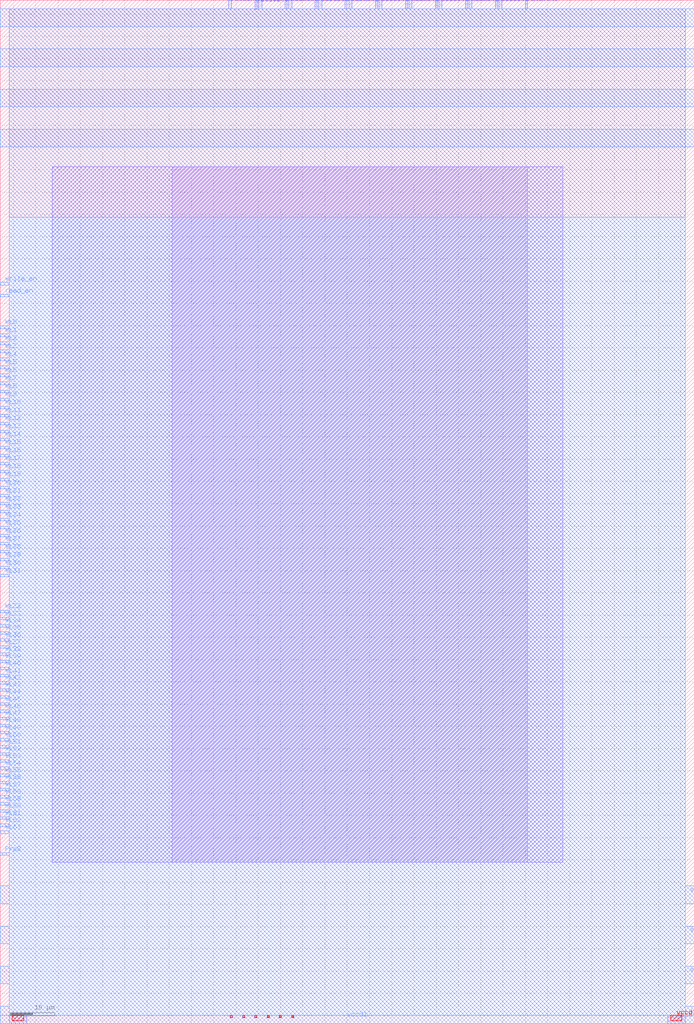
<source format=lef>
VERSION 5.7 ;
  NOWIREEXTENSIONATPIN ON ;
  DIVIDERCHAR "/" ;
  BUSBITCHARS "[]" ;
MACRO privacy_SRAM
  CLASS BLOCK ;
  FOREIGN privacy_SRAM ;
  ORIGIN -42.000 -8.150 ;
  SIZE 156.000 BY 230.000 ;
  PIN WL0
    ANTENNAGATEAREA 0.378000 ;
    PORT
      LAYER met3 ;
        RECT 42.000 164.350 44.000 164.950 ;
    END
  END WL0
  PIN WL1
    ANTENNAGATEAREA 0.378000 ;
    PORT
      LAYER met3 ;
        RECT 42.000 162.550 44.000 163.150 ;
    END
  END WL1
  PIN WL2
    ANTENNAGATEAREA 0.378000 ;
    PORT
      LAYER met3 ;
        RECT 42.000 160.750 44.000 161.350 ;
    END
  END WL2
  PIN WL3
    ANTENNAGATEAREA 0.378000 ;
    PORT
      LAYER met3 ;
        RECT 42.000 158.950 44.000 159.550 ;
    END
  END WL3
  PIN WL4
    ANTENNAGATEAREA 0.378000 ;
    PORT
      LAYER met3 ;
        RECT 42.000 157.150 44.000 157.750 ;
    END
  END WL4
  PIN WL5
    ANTENNAGATEAREA 0.378000 ;
    PORT
      LAYER met3 ;
        RECT 42.000 155.350 44.000 155.950 ;
    END
  END WL5
  PIN WL6
    ANTENNAGATEAREA 0.378000 ;
    PORT
      LAYER met3 ;
        RECT 42.000 153.550 44.000 154.150 ;
    END
  END WL6
  PIN WL7
    ANTENNAGATEAREA 0.378000 ;
    PORT
      LAYER met3 ;
        RECT 42.000 151.750 44.000 152.350 ;
    END
  END WL7
  PIN WL8
    ANTENNAGATEAREA 0.378000 ;
    PORT
      LAYER met3 ;
        RECT 42.000 149.950 44.000 150.550 ;
    END
  END WL8
  PIN WL9
    ANTENNAGATEAREA 0.378000 ;
    PORT
      LAYER met3 ;
        RECT 42.000 148.150 44.000 148.750 ;
    END
  END WL9
  PIN WL10
    ANTENNAGATEAREA 0.378000 ;
    PORT
      LAYER met3 ;
        RECT 42.000 146.350 44.000 146.950 ;
    END
  END WL10
  PIN WL11
    ANTENNAGATEAREA 0.378000 ;
    PORT
      LAYER met3 ;
        RECT 42.000 144.550 44.000 145.150 ;
    END
  END WL11
  PIN WL12
    ANTENNAGATEAREA 0.378000 ;
    PORT
      LAYER met3 ;
        RECT 42.000 142.750 44.000 143.350 ;
    END
  END WL12
  PIN WL13
    ANTENNAGATEAREA 0.378000 ;
    PORT
      LAYER met3 ;
        RECT 42.000 140.950 44.000 141.550 ;
    END
  END WL13
  PIN WL14
    ANTENNAGATEAREA 0.378000 ;
    PORT
      LAYER met3 ;
        RECT 42.000 139.150 44.000 139.750 ;
    END
  END WL14
  PIN WL15
    ANTENNAGATEAREA 0.378000 ;
    PORT
      LAYER met3 ;
        RECT 42.000 137.350 44.000 137.950 ;
    END
  END WL15
  PIN WL16
    ANTENNAGATEAREA 0.378000 ;
    PORT
      LAYER met3 ;
        RECT 42.000 135.550 44.000 136.150 ;
    END
  END WL16
  PIN WL17
    ANTENNAGATEAREA 0.378000 ;
    PORT
      LAYER met3 ;
        RECT 42.000 133.750 44.000 134.350 ;
    END
  END WL17
  PIN WL18
    ANTENNAGATEAREA 0.378000 ;
    PORT
      LAYER met3 ;
        RECT 42.000 131.950 44.000 132.550 ;
    END
  END WL18
  PIN WL19
    ANTENNAGATEAREA 0.378000 ;
    PORT
      LAYER met3 ;
        RECT 42.000 130.150 44.000 130.750 ;
    END
  END WL19
  PIN WL20
    ANTENNAGATEAREA 0.378000 ;
    PORT
      LAYER met3 ;
        RECT 42.000 128.350 44.000 128.950 ;
    END
  END WL20
  PIN WL21
    ANTENNAGATEAREA 0.378000 ;
    PORT
      LAYER met3 ;
        RECT 42.000 126.550 44.000 127.150 ;
    END
  END WL21
  PIN WL22
    ANTENNAGATEAREA 0.378000 ;
    PORT
      LAYER met3 ;
        RECT 42.000 124.750 44.000 125.350 ;
    END
  END WL22
  PIN WL23
    ANTENNAGATEAREA 0.378000 ;
    PORT
      LAYER met3 ;
        RECT 42.000 122.950 44.000 123.550 ;
    END
  END WL23
  PIN WL24
    ANTENNAGATEAREA 0.378000 ;
    PORT
      LAYER met3 ;
        RECT 42.000 121.150 44.000 121.750 ;
    END
  END WL24
  PIN WL25
    ANTENNAGATEAREA 0.378000 ;
    PORT
      LAYER met3 ;
        RECT 42.000 119.350 44.000 119.950 ;
    END
  END WL25
  PIN WL26
    ANTENNAGATEAREA 0.378000 ;
    PORT
      LAYER met3 ;
        RECT 42.000 117.550 44.000 118.150 ;
    END
  END WL26
  PIN WL27
    ANTENNAGATEAREA 0.378000 ;
    PORT
      LAYER met3 ;
        RECT 42.000 115.750 44.000 116.350 ;
    END
  END WL27
  PIN WL28
    ANTENNAGATEAREA 0.378000 ;
    PORT
      LAYER met3 ;
        RECT 42.000 113.950 44.000 114.550 ;
    END
  END WL28
  PIN WL29
    ANTENNAGATEAREA 0.378000 ;
    PORT
      LAYER met3 ;
        RECT 42.000 112.150 44.000 112.750 ;
    END
  END WL29
  PIN WL30
    ANTENNAGATEAREA 0.378000 ;
    PORT
      LAYER met3 ;
        RECT 42.000 110.350 44.000 110.950 ;
    END
  END WL30
  PIN WL31
    ANTENNAGATEAREA 0.378000 ;
    PORT
      LAYER met3 ;
        RECT 42.000 108.550 44.000 109.150 ;
    END
  END WL31
  PIN WL32
    ANTENNAGATEAREA 0.378000 ;
    PORT
      LAYER met3 ;
        RECT 42.000 100.500 44.000 101.100 ;
    END
  END WL32
  PIN WL33
    ANTENNAGATEAREA 0.378000 ;
    PORT
      LAYER met3 ;
        RECT 42.000 98.900 44.000 99.500 ;
    END
  END WL33
  PIN WL34
    ANTENNAGATEAREA 0.378000 ;
    PORT
      LAYER met3 ;
        RECT 42.000 97.300 44.000 97.900 ;
    END
  END WL34
  PIN WL35
    ANTENNAGATEAREA 0.378000 ;
    PORT
      LAYER met3 ;
        RECT 42.000 95.700 44.000 96.300 ;
    END
  END WL35
  PIN WL36
    ANTENNAGATEAREA 0.378000 ;
    PORT
      LAYER met3 ;
        RECT 42.000 94.100 44.000 94.700 ;
    END
  END WL36
  PIN WL37
    ANTENNAGATEAREA 0.378000 ;
    PORT
      LAYER met3 ;
        RECT 42.000 92.500 44.000 93.100 ;
    END
  END WL37
  PIN WL38
    ANTENNAGATEAREA 0.378000 ;
    PORT
      LAYER met3 ;
        RECT 42.000 90.900 44.000 91.500 ;
    END
  END WL38
  PIN WL39
    ANTENNAGATEAREA 0.378000 ;
    PORT
      LAYER met3 ;
        RECT 42.000 89.300 44.000 89.900 ;
    END
  END WL39
  PIN WL40
    ANTENNAGATEAREA 0.378000 ;
    PORT
      LAYER met3 ;
        RECT 42.000 87.700 44.000 88.300 ;
    END
  END WL40
  PIN WL41
    ANTENNAGATEAREA 0.378000 ;
    PORT
      LAYER met3 ;
        RECT 42.000 86.100 44.000 86.700 ;
    END
  END WL41
  PIN WL42
    ANTENNAGATEAREA 0.378000 ;
    PORT
      LAYER met3 ;
        RECT 42.000 84.500 44.000 85.100 ;
    END
  END WL42
  PIN WL43
    ANTENNAGATEAREA 0.378000 ;
    PORT
      LAYER met3 ;
        RECT 42.000 82.900 44.000 83.500 ;
    END
  END WL43
  PIN WL44
    ANTENNAGATEAREA 0.378000 ;
    PORT
      LAYER met3 ;
        RECT 42.000 81.300 44.000 81.900 ;
    END
  END WL44
  PIN WL45
    ANTENNAGATEAREA 0.378000 ;
    PORT
      LAYER met3 ;
        RECT 42.000 79.700 44.000 80.300 ;
    END
  END WL45
  PIN WL46
    ANTENNAGATEAREA 0.378000 ;
    PORT
      LAYER met3 ;
        RECT 42.000 78.100 44.000 78.700 ;
    END
  END WL46
  PIN WL47
    ANTENNAGATEAREA 0.378000 ;
    PORT
      LAYER met3 ;
        RECT 42.000 76.500 44.000 77.100 ;
    END
  END WL47
  PIN WL48
    ANTENNAGATEAREA 0.378000 ;
    PORT
      LAYER met3 ;
        RECT 42.000 74.900 44.000 75.500 ;
    END
  END WL48
  PIN WL49
    ANTENNAGATEAREA 0.378000 ;
    PORT
      LAYER met3 ;
        RECT 42.000 73.300 44.000 73.900 ;
    END
  END WL49
  PIN WL50
    ANTENNAGATEAREA 0.378000 ;
    PORT
      LAYER met3 ;
        RECT 42.000 71.700 44.000 72.300 ;
    END
  END WL50
  PIN WL51
    ANTENNAGATEAREA 0.378000 ;
    PORT
      LAYER met3 ;
        RECT 42.000 70.100 44.000 70.700 ;
    END
  END WL51
  PIN WL52
    ANTENNAGATEAREA 0.378000 ;
    PORT
      LAYER met3 ;
        RECT 42.000 68.500 44.000 69.100 ;
    END
  END WL52
  PIN WL53
    ANTENNAGATEAREA 0.378000 ;
    PORT
      LAYER met3 ;
        RECT 42.000 66.900 44.000 67.500 ;
    END
  END WL53
  PIN WL54
    ANTENNAGATEAREA 0.378000 ;
    PORT
      LAYER met3 ;
        RECT 42.000 65.300 44.000 65.900 ;
    END
  END WL54
  PIN WL55
    ANTENNAGATEAREA 0.378000 ;
    PORT
      LAYER met3 ;
        RECT 42.000 63.700 44.000 64.300 ;
    END
  END WL55
  PIN WL56
    ANTENNAGATEAREA 0.378000 ;
    PORT
      LAYER met3 ;
        RECT 42.000 62.100 44.000 62.700 ;
    END
  END WL56
  PIN WL57
    ANTENNAGATEAREA 0.378000 ;
    PORT
      LAYER met3 ;
        RECT 42.000 60.500 44.000 61.100 ;
    END
  END WL57
  PIN WL58
    ANTENNAGATEAREA 0.378000 ;
    PORT
      LAYER met3 ;
        RECT 42.000 58.900 44.000 59.500 ;
    END
  END WL58
  PIN WL59
    ANTENNAGATEAREA 0.378000 ;
    PORT
      LAYER met3 ;
        RECT 42.000 57.300 44.000 57.900 ;
    END
  END WL59
  PIN WL60
    ANTENNAGATEAREA 0.378000 ;
    PORT
      LAYER met3 ;
        RECT 42.000 55.700 44.000 56.300 ;
    END
  END WL60
  PIN WL61
    ANTENNAGATEAREA 0.378000 ;
    PORT
      LAYER met3 ;
        RECT 42.000 54.100 44.000 54.700 ;
    END
  END WL61
  PIN WL62
    ANTENNAGATEAREA 0.378000 ;
    PORT
      LAYER met3 ;
        RECT 42.000 52.500 44.000 53.100 ;
    END
  END WL62
  PIN WL63
    ANTENNAGATEAREA 0.378000 ;
    PORT
      LAYER met3 ;
        RECT 42.000 50.900 44.000 51.500 ;
    END
  END WL63
  PIN DataOut0
    ANTENNADIFFAREA 0.411600 ;
    PORT
      LAYER met2 ;
        RECT 99.300 236.100 99.750 238.100 ;
    END
  END DataOut0
  PIN DataOut1
    ANTENNADIFFAREA 0.411600 ;
    PORT
      LAYER met2 ;
        RECT 106.050 236.150 106.500 238.150 ;
    END
  END DataOut1
  PIN DataOut2
    ANTENNADIFFAREA 0.411600 ;
    PORT
      LAYER met2 ;
        RECT 112.800 236.150 113.250 238.150 ;
    END
  END DataOut2
  PIN DataOut3
    ANTENNADIFFAREA 0.411600 ;
    PORT
      LAYER met2 ;
        RECT 119.550 236.150 120.000 238.150 ;
    END
  END DataOut3
  PIN DataOut4
    ANTENNADIFFAREA 0.411600 ;
    PORT
      LAYER met2 ;
        RECT 126.300 236.150 126.750 238.150 ;
    END
  END DataOut4
  PIN DataOut5
    ANTENNADIFFAREA 0.411600 ;
    PORT
      LAYER met2 ;
        RECT 133.050 236.150 133.500 238.150 ;
    END
  END DataOut5
  PIN DataOut6
    ANTENNADIFFAREA 0.411600 ;
    PORT
      LAYER met2 ;
        RECT 139.800 236.150 140.250 238.150 ;
    END
  END DataOut6
  PIN DataOut7
    ANTENNADIFFAREA 0.411600 ;
    PORT
      LAYER met2 ;
        RECT 146.550 236.150 147.000 238.150 ;
    END
  END DataOut7
  PIN DataOut8
    ANTENNADIFFAREA 0.411600 ;
    PORT
      LAYER met2 ;
        RECT 153.300 236.150 153.750 238.150 ;
    END
  END DataOut8
  PIN DataOut9
    ANTENNADIFFAREA 0.411600 ;
    PORT
      LAYER met2 ;
        RECT 160.050 236.150 160.500 238.150 ;
    END
  END DataOut9
  PIN DataIn0
    ANTENNAGATEAREA 0.378000 ;
    PORT
      LAYER met2 ;
        RECT 93.350 236.150 94.050 238.150 ;
    END
  END DataIn0
  PIN DataIn1
    ANTENNAGATEAREA 0.378000 ;
    PORT
      LAYER met2 ;
        RECT 100.100 236.150 100.800 238.150 ;
    END
  END DataIn1
  PIN DataIn2
    ANTENNAGATEAREA 0.378000 ;
    PORT
      LAYER met2 ;
        RECT 106.850 236.150 107.550 238.150 ;
    END
  END DataIn2
  PIN DataIn3
    ANTENNAGATEAREA 0.378000 ;
    PORT
      LAYER met2 ;
        RECT 113.600 236.150 114.300 238.150 ;
    END
  END DataIn3
  PIN DataIn4
    ANTENNAGATEAREA 0.378000 ;
    PORT
      LAYER met2 ;
        RECT 120.350 236.150 121.050 238.150 ;
    END
  END DataIn4
  PIN DataIn5
    ANTENNAGATEAREA 0.378000 ;
    PORT
      LAYER met2 ;
        RECT 127.100 236.150 127.800 238.150 ;
    END
  END DataIn5
  PIN DataIn6
    ANTENNAGATEAREA 0.378000 ;
    PORT
      LAYER met2 ;
        RECT 133.850 236.150 134.550 238.150 ;
    END
  END DataIn6
  PIN DataIn7
    ANTENNAGATEAREA 0.378000 ;
    PORT
      LAYER met2 ;
        RECT 140.600 236.150 141.300 238.150 ;
    END
  END DataIn7
  PIN DataIn8
    ANTENNAGATEAREA 0.378000 ;
    PORT
      LAYER met2 ;
        RECT 147.350 236.150 148.050 238.150 ;
    END
  END DataIn8
  PIN DataIn9
    ANTENNAGATEAREA 0.378000 ;
    PORT
      LAYER met2 ;
        RECT 154.100 236.150 154.800 238.150 ;
    END
  END DataIn9
  PIN write_en
    ANTENNAGATEAREA 1.260000 ;
    PORT
      LAYER met3 ;
        RECT 42.000 174.100 44.000 174.700 ;
    END
  END write_en
  PIN read_en
    ANTENNAGATEAREA 2.268000 ;
    PORT
      LAYER met3 ;
        RECT 42.000 171.450 44.000 172.050 ;
    END
  END read_en
  PIN vccd1
    USE POWER ;
    PORT
      LAYER met2 ;
        RECT 44.000 8.150 48.000 10.150 ;
        RECT 93.700 9.500 94.250 10.150 ;
        RECT 96.450 9.500 97.000 10.150 ;
        RECT 99.200 9.500 99.750 10.150 ;
        RECT 101.950 9.500 102.500 10.150 ;
        RECT 104.700 9.500 105.250 10.150 ;
        RECT 107.450 9.500 108.000 10.150 ;
        RECT 192.000 8.150 196.000 10.150 ;
      LAYER via2 ;
        RECT 44.750 8.900 47.250 10.150 ;
        RECT 93.800 9.600 94.150 10.150 ;
        RECT 96.550 9.600 96.900 10.150 ;
        RECT 99.300 9.600 99.650 10.150 ;
        RECT 102.050 9.600 102.400 10.150 ;
        RECT 104.800 9.600 105.150 10.150 ;
        RECT 107.550 9.600 107.900 10.150 ;
        RECT 192.750 8.900 195.250 10.150 ;
      LAYER met3 ;
        RECT 42.000 232.150 198.000 236.150 ;
        RECT 42.000 10.150 44.000 12.150 ;
        RECT 196.000 10.150 198.000 12.150 ;
        RECT 42.000 8.150 198.000 10.150 ;
    END
  END vccd1
  PIN vssd1
    USE GROUND ;
    PORT
      LAYER met3 ;
        RECT 42.000 223.150 198.000 227.150 ;
        RECT 42.000 17.150 44.000 21.150 ;
        RECT 196.000 17.150 198.000 21.150 ;
    END
  END vssd1
  PIN vccd2
    USE POWER ;
    PORT
      LAYER met3 ;
        RECT 42.000 214.150 198.000 218.150 ;
        RECT 42.000 26.150 44.000 30.150 ;
        RECT 196.000 26.150 198.000 30.150 ;
    END
  END vccd2
  PIN vssd2
    USE GROUND ;
    PORT
      LAYER met3 ;
        RECT 42.000 205.150 198.000 209.150 ;
        RECT 42.000 35.150 44.000 39.150 ;
        RECT 196.000 35.150 198.000 39.150 ;
    END
  END vssd2
  PIN PreB
    ANTENNAGATEAREA 2.592000 ;
    PORT
      LAYER met3 ;
        RECT 42.000 46.000 44.000 46.600 ;
    END
  END PreB
  OBS
      LAYER li1 ;
        RECT 80.660 44.510 160.520 200.650 ;
      LAYER met1 ;
        RECT 53.700 44.510 168.450 200.650 ;
      LAYER met2 ;
        RECT 44.000 10.150 196.000 236.150 ;
      LAYER met3 ;
        RECT 44.000 10.150 196.000 189.350 ;
  END
END privacy_SRAM
END LIBRARY


</source>
